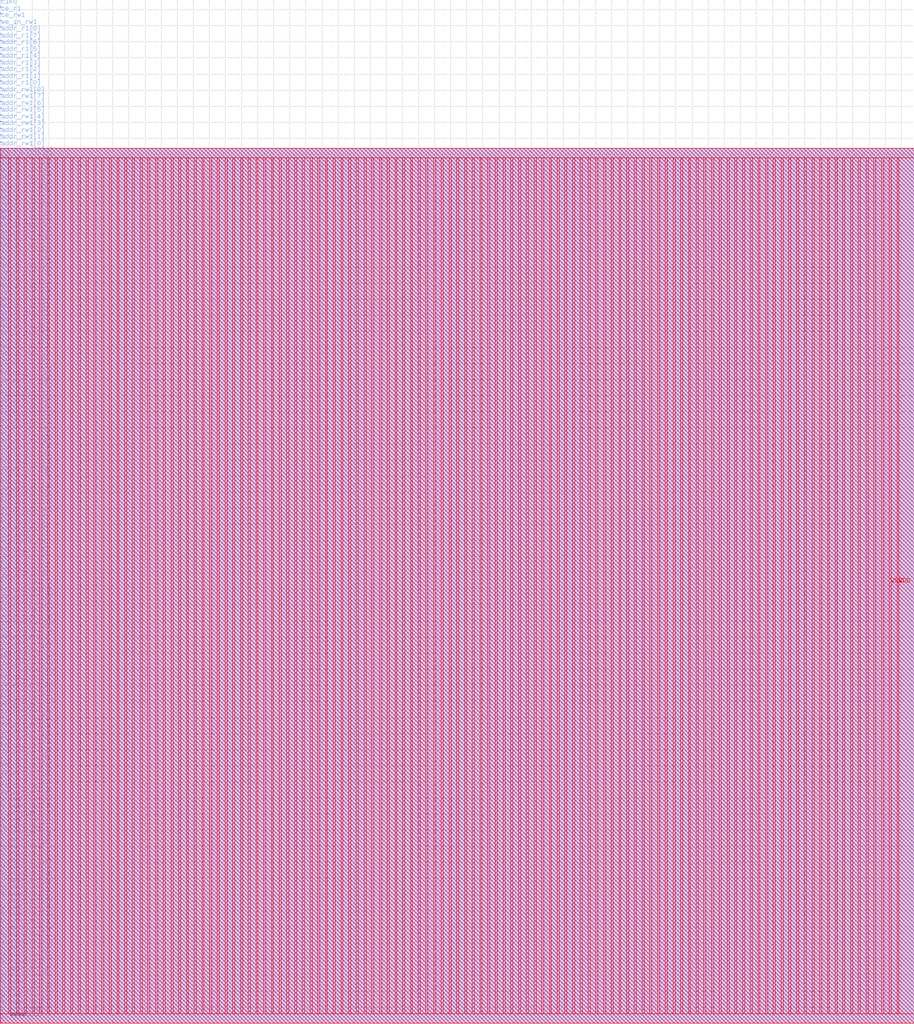
<source format=lef>
VERSION 5.7 ;
BUSBITCHARS "[]" ;
MACRO fakeram_1rw1r_32w384d_32_sram
  FOREIGN fakeram_1rw1r_32w384d_32_sram 0 0 ;
  SYMMETRY X Y R90 ;
  SIZE 568.100 BY 544.000 ;
  CLASS BLOCK ;
  PIN w_mask_rw1[0]
    DIRECTION INPUT ;
    USE SIGNAL ;
    SHAPE ABUTMENT ;
    PORT
      LAYER met3 ;
      RECT 0.000 5.850 0.800 6.150 ;
    END
  END w_mask_rw1[0]
  PIN w_mask_rw1[1]
    DIRECTION INPUT ;
    USE SIGNAL ;
    SHAPE ABUTMENT ;
    PORT
      LAYER met3 ;
      RECT 0.000 10.050 0.800 10.350 ;
    END
  END w_mask_rw1[1]
  PIN w_mask_rw1[2]
    DIRECTION INPUT ;
    USE SIGNAL ;
    SHAPE ABUTMENT ;
    PORT
      LAYER met3 ;
      RECT 0.000 14.250 0.800 14.550 ;
    END
  END w_mask_rw1[2]
  PIN w_mask_rw1[3]
    DIRECTION INPUT ;
    USE SIGNAL ;
    SHAPE ABUTMENT ;
    PORT
      LAYER met3 ;
      RECT 0.000 18.450 0.800 18.750 ;
    END
  END w_mask_rw1[3]
  PIN w_mask_rw1[4]
    DIRECTION INPUT ;
    USE SIGNAL ;
    SHAPE ABUTMENT ;
    PORT
      LAYER met3 ;
      RECT 0.000 22.650 0.800 22.950 ;
    END
  END w_mask_rw1[4]
  PIN w_mask_rw1[5]
    DIRECTION INPUT ;
    USE SIGNAL ;
    SHAPE ABUTMENT ;
    PORT
      LAYER met3 ;
      RECT 0.000 26.850 0.800 27.150 ;
    END
  END w_mask_rw1[5]
  PIN w_mask_rw1[6]
    DIRECTION INPUT ;
    USE SIGNAL ;
    SHAPE ABUTMENT ;
    PORT
      LAYER met3 ;
      RECT 0.000 31.050 0.800 31.350 ;
    END
  END w_mask_rw1[6]
  PIN w_mask_rw1[7]
    DIRECTION INPUT ;
    USE SIGNAL ;
    SHAPE ABUTMENT ;
    PORT
      LAYER met3 ;
      RECT 0.000 35.250 0.800 35.550 ;
    END
  END w_mask_rw1[7]
  PIN w_mask_rw1[8]
    DIRECTION INPUT ;
    USE SIGNAL ;
    SHAPE ABUTMENT ;
    PORT
      LAYER met3 ;
      RECT 0.000 39.450 0.800 39.750 ;
    END
  END w_mask_rw1[8]
  PIN w_mask_rw1[9]
    DIRECTION INPUT ;
    USE SIGNAL ;
    SHAPE ABUTMENT ;
    PORT
      LAYER met3 ;
      RECT 0.000 43.650 0.800 43.950 ;
    END
  END w_mask_rw1[9]
  PIN w_mask_rw1[10]
    DIRECTION INPUT ;
    USE SIGNAL ;
    SHAPE ABUTMENT ;
    PORT
      LAYER met3 ;
      RECT 0.000 47.850 0.800 48.150 ;
    END
  END w_mask_rw1[10]
  PIN w_mask_rw1[11]
    DIRECTION INPUT ;
    USE SIGNAL ;
    SHAPE ABUTMENT ;
    PORT
      LAYER met3 ;
      RECT 0.000 52.050 0.800 52.350 ;
    END
  END w_mask_rw1[11]
  PIN w_mask_rw1[12]
    DIRECTION INPUT ;
    USE SIGNAL ;
    SHAPE ABUTMENT ;
    PORT
      LAYER met3 ;
      RECT 0.000 56.250 0.800 56.550 ;
    END
  END w_mask_rw1[12]
  PIN w_mask_rw1[13]
    DIRECTION INPUT ;
    USE SIGNAL ;
    SHAPE ABUTMENT ;
    PORT
      LAYER met3 ;
      RECT 0.000 60.450 0.800 60.750 ;
    END
  END w_mask_rw1[13]
  PIN w_mask_rw1[14]
    DIRECTION INPUT ;
    USE SIGNAL ;
    SHAPE ABUTMENT ;
    PORT
      LAYER met3 ;
      RECT 0.000 64.650 0.800 64.950 ;
    END
  END w_mask_rw1[14]
  PIN w_mask_rw1[15]
    DIRECTION INPUT ;
    USE SIGNAL ;
    SHAPE ABUTMENT ;
    PORT
      LAYER met3 ;
      RECT 0.000 68.850 0.800 69.150 ;
    END
  END w_mask_rw1[15]
  PIN w_mask_rw1[16]
    DIRECTION INPUT ;
    USE SIGNAL ;
    SHAPE ABUTMENT ;
    PORT
      LAYER met3 ;
      RECT 0.000 73.050 0.800 73.350 ;
    END
  END w_mask_rw1[16]
  PIN w_mask_rw1[17]
    DIRECTION INPUT ;
    USE SIGNAL ;
    SHAPE ABUTMENT ;
    PORT
      LAYER met3 ;
      RECT 0.000 77.250 0.800 77.550 ;
    END
  END w_mask_rw1[17]
  PIN w_mask_rw1[18]
    DIRECTION INPUT ;
    USE SIGNAL ;
    SHAPE ABUTMENT ;
    PORT
      LAYER met3 ;
      RECT 0.000 81.450 0.800 81.750 ;
    END
  END w_mask_rw1[18]
  PIN w_mask_rw1[19]
    DIRECTION INPUT ;
    USE SIGNAL ;
    SHAPE ABUTMENT ;
    PORT
      LAYER met3 ;
      RECT 0.000 85.650 0.800 85.950 ;
    END
  END w_mask_rw1[19]
  PIN w_mask_rw1[20]
    DIRECTION INPUT ;
    USE SIGNAL ;
    SHAPE ABUTMENT ;
    PORT
      LAYER met3 ;
      RECT 0.000 89.850 0.800 90.150 ;
    END
  END w_mask_rw1[20]
  PIN w_mask_rw1[21]
    DIRECTION INPUT ;
    USE SIGNAL ;
    SHAPE ABUTMENT ;
    PORT
      LAYER met3 ;
      RECT 0.000 94.050 0.800 94.350 ;
    END
  END w_mask_rw1[21]
  PIN w_mask_rw1[22]
    DIRECTION INPUT ;
    USE SIGNAL ;
    SHAPE ABUTMENT ;
    PORT
      LAYER met3 ;
      RECT 0.000 98.250 0.800 98.550 ;
    END
  END w_mask_rw1[22]
  PIN w_mask_rw1[23]
    DIRECTION INPUT ;
    USE SIGNAL ;
    SHAPE ABUTMENT ;
    PORT
      LAYER met3 ;
      RECT 0.000 102.450 0.800 102.750 ;
    END
  END w_mask_rw1[23]
  PIN w_mask_rw1[24]
    DIRECTION INPUT ;
    USE SIGNAL ;
    SHAPE ABUTMENT ;
    PORT
      LAYER met3 ;
      RECT 0.000 106.650 0.800 106.950 ;
    END
  END w_mask_rw1[24]
  PIN w_mask_rw1[25]
    DIRECTION INPUT ;
    USE SIGNAL ;
    SHAPE ABUTMENT ;
    PORT
      LAYER met3 ;
      RECT 0.000 110.850 0.800 111.150 ;
    END
  END w_mask_rw1[25]
  PIN w_mask_rw1[26]
    DIRECTION INPUT ;
    USE SIGNAL ;
    SHAPE ABUTMENT ;
    PORT
      LAYER met3 ;
      RECT 0.000 115.050 0.800 115.350 ;
    END
  END w_mask_rw1[26]
  PIN w_mask_rw1[27]
    DIRECTION INPUT ;
    USE SIGNAL ;
    SHAPE ABUTMENT ;
    PORT
      LAYER met3 ;
      RECT 0.000 119.250 0.800 119.550 ;
    END
  END w_mask_rw1[27]
  PIN w_mask_rw1[28]
    DIRECTION INPUT ;
    USE SIGNAL ;
    SHAPE ABUTMENT ;
    PORT
      LAYER met3 ;
      RECT 0.000 123.450 0.800 123.750 ;
    END
  END w_mask_rw1[28]
  PIN w_mask_rw1[29]
    DIRECTION INPUT ;
    USE SIGNAL ;
    SHAPE ABUTMENT ;
    PORT
      LAYER met3 ;
      RECT 0.000 127.650 0.800 127.950 ;
    END
  END w_mask_rw1[29]
  PIN w_mask_rw1[30]
    DIRECTION INPUT ;
    USE SIGNAL ;
    SHAPE ABUTMENT ;
    PORT
      LAYER met3 ;
      RECT 0.000 131.850 0.800 132.150 ;
    END
  END w_mask_rw1[30]
  PIN w_mask_rw1[31]
    DIRECTION INPUT ;
    USE SIGNAL ;
    SHAPE ABUTMENT ;
    PORT
      LAYER met3 ;
      RECT 0.000 136.050 0.800 136.350 ;
    END
  END w_mask_rw1[31]
  PIN rd_out_rw1[0]
    DIRECTION OUTPUT ;
    USE SIGNAL ;
    SHAPE ABUTMENT ;
    PORT
      LAYER met3 ;
      RECT 0.000 140.250 0.800 140.550 ;
    END
  END rd_out_rw1[0]
  PIN rd_out_rw1[1]
    DIRECTION OUTPUT ;
    USE SIGNAL ;
    SHAPE ABUTMENT ;
    PORT
      LAYER met3 ;
      RECT 0.000 144.450 0.800 144.750 ;
    END
  END rd_out_rw1[1]
  PIN rd_out_rw1[2]
    DIRECTION OUTPUT ;
    USE SIGNAL ;
    SHAPE ABUTMENT ;
    PORT
      LAYER met3 ;
      RECT 0.000 148.650 0.800 148.950 ;
    END
  END rd_out_rw1[2]
  PIN rd_out_rw1[3]
    DIRECTION OUTPUT ;
    USE SIGNAL ;
    SHAPE ABUTMENT ;
    PORT
      LAYER met3 ;
      RECT 0.000 152.850 0.800 153.150 ;
    END
  END rd_out_rw1[3]
  PIN rd_out_rw1[4]
    DIRECTION OUTPUT ;
    USE SIGNAL ;
    SHAPE ABUTMENT ;
    PORT
      LAYER met3 ;
      RECT 0.000 157.050 0.800 157.350 ;
    END
  END rd_out_rw1[4]
  PIN rd_out_rw1[5]
    DIRECTION OUTPUT ;
    USE SIGNAL ;
    SHAPE ABUTMENT ;
    PORT
      LAYER met3 ;
      RECT 0.000 161.250 0.800 161.550 ;
    END
  END rd_out_rw1[5]
  PIN rd_out_rw1[6]
    DIRECTION OUTPUT ;
    USE SIGNAL ;
    SHAPE ABUTMENT ;
    PORT
      LAYER met3 ;
      RECT 0.000 165.450 0.800 165.750 ;
    END
  END rd_out_rw1[6]
  PIN rd_out_rw1[7]
    DIRECTION OUTPUT ;
    USE SIGNAL ;
    SHAPE ABUTMENT ;
    PORT
      LAYER met3 ;
      RECT 0.000 169.650 0.800 169.950 ;
    END
  END rd_out_rw1[7]
  PIN rd_out_rw1[8]
    DIRECTION OUTPUT ;
    USE SIGNAL ;
    SHAPE ABUTMENT ;
    PORT
      LAYER met3 ;
      RECT 0.000 173.850 0.800 174.150 ;
    END
  END rd_out_rw1[8]
  PIN rd_out_rw1[9]
    DIRECTION OUTPUT ;
    USE SIGNAL ;
    SHAPE ABUTMENT ;
    PORT
      LAYER met3 ;
      RECT 0.000 178.050 0.800 178.350 ;
    END
  END rd_out_rw1[9]
  PIN rd_out_rw1[10]
    DIRECTION OUTPUT ;
    USE SIGNAL ;
    SHAPE ABUTMENT ;
    PORT
      LAYER met3 ;
      RECT 0.000 182.250 0.800 182.550 ;
    END
  END rd_out_rw1[10]
  PIN rd_out_rw1[11]
    DIRECTION OUTPUT ;
    USE SIGNAL ;
    SHAPE ABUTMENT ;
    PORT
      LAYER met3 ;
      RECT 0.000 186.450 0.800 186.750 ;
    END
  END rd_out_rw1[11]
  PIN rd_out_rw1[12]
    DIRECTION OUTPUT ;
    USE SIGNAL ;
    SHAPE ABUTMENT ;
    PORT
      LAYER met3 ;
      RECT 0.000 190.650 0.800 190.950 ;
    END
  END rd_out_rw1[12]
  PIN rd_out_rw1[13]
    DIRECTION OUTPUT ;
    USE SIGNAL ;
    SHAPE ABUTMENT ;
    PORT
      LAYER met3 ;
      RECT 0.000 194.850 0.800 195.150 ;
    END
  END rd_out_rw1[13]
  PIN rd_out_rw1[14]
    DIRECTION OUTPUT ;
    USE SIGNAL ;
    SHAPE ABUTMENT ;
    PORT
      LAYER met3 ;
      RECT 0.000 199.050 0.800 199.350 ;
    END
  END rd_out_rw1[14]
  PIN rd_out_rw1[15]
    DIRECTION OUTPUT ;
    USE SIGNAL ;
    SHAPE ABUTMENT ;
    PORT
      LAYER met3 ;
      RECT 0.000 203.250 0.800 203.550 ;
    END
  END rd_out_rw1[15]
  PIN rd_out_rw1[16]
    DIRECTION OUTPUT ;
    USE SIGNAL ;
    SHAPE ABUTMENT ;
    PORT
      LAYER met3 ;
      RECT 0.000 207.450 0.800 207.750 ;
    END
  END rd_out_rw1[16]
  PIN rd_out_rw1[17]
    DIRECTION OUTPUT ;
    USE SIGNAL ;
    SHAPE ABUTMENT ;
    PORT
      LAYER met3 ;
      RECT 0.000 211.650 0.800 211.950 ;
    END
  END rd_out_rw1[17]
  PIN rd_out_rw1[18]
    DIRECTION OUTPUT ;
    USE SIGNAL ;
    SHAPE ABUTMENT ;
    PORT
      LAYER met3 ;
      RECT 0.000 215.850 0.800 216.150 ;
    END
  END rd_out_rw1[18]
  PIN rd_out_rw1[19]
    DIRECTION OUTPUT ;
    USE SIGNAL ;
    SHAPE ABUTMENT ;
    PORT
      LAYER met3 ;
      RECT 0.000 220.050 0.800 220.350 ;
    END
  END rd_out_rw1[19]
  PIN rd_out_rw1[20]
    DIRECTION OUTPUT ;
    USE SIGNAL ;
    SHAPE ABUTMENT ;
    PORT
      LAYER met3 ;
      RECT 0.000 224.250 0.800 224.550 ;
    END
  END rd_out_rw1[20]
  PIN rd_out_rw1[21]
    DIRECTION OUTPUT ;
    USE SIGNAL ;
    SHAPE ABUTMENT ;
    PORT
      LAYER met3 ;
      RECT 0.000 228.450 0.800 228.750 ;
    END
  END rd_out_rw1[21]
  PIN rd_out_rw1[22]
    DIRECTION OUTPUT ;
    USE SIGNAL ;
    SHAPE ABUTMENT ;
    PORT
      LAYER met3 ;
      RECT 0.000 232.650 0.800 232.950 ;
    END
  END rd_out_rw1[22]
  PIN rd_out_rw1[23]
    DIRECTION OUTPUT ;
    USE SIGNAL ;
    SHAPE ABUTMENT ;
    PORT
      LAYER met3 ;
      RECT 0.000 236.850 0.800 237.150 ;
    END
  END rd_out_rw1[23]
  PIN rd_out_rw1[24]
    DIRECTION OUTPUT ;
    USE SIGNAL ;
    SHAPE ABUTMENT ;
    PORT
      LAYER met3 ;
      RECT 0.000 241.050 0.800 241.350 ;
    END
  END rd_out_rw1[24]
  PIN rd_out_rw1[25]
    DIRECTION OUTPUT ;
    USE SIGNAL ;
    SHAPE ABUTMENT ;
    PORT
      LAYER met3 ;
      RECT 0.000 245.250 0.800 245.550 ;
    END
  END rd_out_rw1[25]
  PIN rd_out_rw1[26]
    DIRECTION OUTPUT ;
    USE SIGNAL ;
    SHAPE ABUTMENT ;
    PORT
      LAYER met3 ;
      RECT 0.000 249.450 0.800 249.750 ;
    END
  END rd_out_rw1[26]
  PIN rd_out_rw1[27]
    DIRECTION OUTPUT ;
    USE SIGNAL ;
    SHAPE ABUTMENT ;
    PORT
      LAYER met3 ;
      RECT 0.000 253.650 0.800 253.950 ;
    END
  END rd_out_rw1[27]
  PIN rd_out_rw1[28]
    DIRECTION OUTPUT ;
    USE SIGNAL ;
    SHAPE ABUTMENT ;
    PORT
      LAYER met3 ;
      RECT 0.000 257.850 0.800 258.150 ;
    END
  END rd_out_rw1[28]
  PIN rd_out_rw1[29]
    DIRECTION OUTPUT ;
    USE SIGNAL ;
    SHAPE ABUTMENT ;
    PORT
      LAYER met3 ;
      RECT 0.000 262.050 0.800 262.350 ;
    END
  END rd_out_rw1[29]
  PIN rd_out_rw1[30]
    DIRECTION OUTPUT ;
    USE SIGNAL ;
    SHAPE ABUTMENT ;
    PORT
      LAYER met3 ;
      RECT 0.000 266.250 0.800 266.550 ;
    END
  END rd_out_rw1[30]
  PIN rd_out_rw1[31]
    DIRECTION OUTPUT ;
    USE SIGNAL ;
    SHAPE ABUTMENT ;
    PORT
      LAYER met3 ;
      RECT 0.000 270.450 0.800 270.750 ;
    END
  END rd_out_rw1[31]
  PIN rd_out_r1[0]
    DIRECTION OUTPUT ;
    USE SIGNAL ;
    SHAPE ABUTMENT ;
    PORT
      LAYER met3 ;
      RECT 0.000 274.650 0.800 274.950 ;
    END
  END rd_out_r1[0]
  PIN rd_out_r1[1]
    DIRECTION OUTPUT ;
    USE SIGNAL ;
    SHAPE ABUTMENT ;
    PORT
      LAYER met3 ;
      RECT 0.000 278.850 0.800 279.150 ;
    END
  END rd_out_r1[1]
  PIN rd_out_r1[2]
    DIRECTION OUTPUT ;
    USE SIGNAL ;
    SHAPE ABUTMENT ;
    PORT
      LAYER met3 ;
      RECT 0.000 283.050 0.800 283.350 ;
    END
  END rd_out_r1[2]
  PIN rd_out_r1[3]
    DIRECTION OUTPUT ;
    USE SIGNAL ;
    SHAPE ABUTMENT ;
    PORT
      LAYER met3 ;
      RECT 0.000 287.250 0.800 287.550 ;
    END
  END rd_out_r1[3]
  PIN rd_out_r1[4]
    DIRECTION OUTPUT ;
    USE SIGNAL ;
    SHAPE ABUTMENT ;
    PORT
      LAYER met3 ;
      RECT 0.000 291.450 0.800 291.750 ;
    END
  END rd_out_r1[4]
  PIN rd_out_r1[5]
    DIRECTION OUTPUT ;
    USE SIGNAL ;
    SHAPE ABUTMENT ;
    PORT
      LAYER met3 ;
      RECT 0.000 295.650 0.800 295.950 ;
    END
  END rd_out_r1[5]
  PIN rd_out_r1[6]
    DIRECTION OUTPUT ;
    USE SIGNAL ;
    SHAPE ABUTMENT ;
    PORT
      LAYER met3 ;
      RECT 0.000 299.850 0.800 300.150 ;
    END
  END rd_out_r1[6]
  PIN rd_out_r1[7]
    DIRECTION OUTPUT ;
    USE SIGNAL ;
    SHAPE ABUTMENT ;
    PORT
      LAYER met3 ;
      RECT 0.000 304.050 0.800 304.350 ;
    END
  END rd_out_r1[7]
  PIN rd_out_r1[8]
    DIRECTION OUTPUT ;
    USE SIGNAL ;
    SHAPE ABUTMENT ;
    PORT
      LAYER met3 ;
      RECT 0.000 308.250 0.800 308.550 ;
    END
  END rd_out_r1[8]
  PIN rd_out_r1[9]
    DIRECTION OUTPUT ;
    USE SIGNAL ;
    SHAPE ABUTMENT ;
    PORT
      LAYER met3 ;
      RECT 0.000 312.450 0.800 312.750 ;
    END
  END rd_out_r1[9]
  PIN rd_out_r1[10]
    DIRECTION OUTPUT ;
    USE SIGNAL ;
    SHAPE ABUTMENT ;
    PORT
      LAYER met3 ;
      RECT 0.000 316.650 0.800 316.950 ;
    END
  END rd_out_r1[10]
  PIN rd_out_r1[11]
    DIRECTION OUTPUT ;
    USE SIGNAL ;
    SHAPE ABUTMENT ;
    PORT
      LAYER met3 ;
      RECT 0.000 320.850 0.800 321.150 ;
    END
  END rd_out_r1[11]
  PIN rd_out_r1[12]
    DIRECTION OUTPUT ;
    USE SIGNAL ;
    SHAPE ABUTMENT ;
    PORT
      LAYER met3 ;
      RECT 0.000 325.050 0.800 325.350 ;
    END
  END rd_out_r1[12]
  PIN rd_out_r1[13]
    DIRECTION OUTPUT ;
    USE SIGNAL ;
    SHAPE ABUTMENT ;
    PORT
      LAYER met3 ;
      RECT 0.000 329.250 0.800 329.550 ;
    END
  END rd_out_r1[13]
  PIN rd_out_r1[14]
    DIRECTION OUTPUT ;
    USE SIGNAL ;
    SHAPE ABUTMENT ;
    PORT
      LAYER met3 ;
      RECT 0.000 333.450 0.800 333.750 ;
    END
  END rd_out_r1[14]
  PIN rd_out_r1[15]
    DIRECTION OUTPUT ;
    USE SIGNAL ;
    SHAPE ABUTMENT ;
    PORT
      LAYER met3 ;
      RECT 0.000 337.650 0.800 337.950 ;
    END
  END rd_out_r1[15]
  PIN rd_out_r1[16]
    DIRECTION OUTPUT ;
    USE SIGNAL ;
    SHAPE ABUTMENT ;
    PORT
      LAYER met3 ;
      RECT 0.000 341.850 0.800 342.150 ;
    END
  END rd_out_r1[16]
  PIN rd_out_r1[17]
    DIRECTION OUTPUT ;
    USE SIGNAL ;
    SHAPE ABUTMENT ;
    PORT
      LAYER met3 ;
      RECT 0.000 346.050 0.800 346.350 ;
    END
  END rd_out_r1[17]
  PIN rd_out_r1[18]
    DIRECTION OUTPUT ;
    USE SIGNAL ;
    SHAPE ABUTMENT ;
    PORT
      LAYER met3 ;
      RECT 0.000 350.250 0.800 350.550 ;
    END
  END rd_out_r1[18]
  PIN rd_out_r1[19]
    DIRECTION OUTPUT ;
    USE SIGNAL ;
    SHAPE ABUTMENT ;
    PORT
      LAYER met3 ;
      RECT 0.000 354.450 0.800 354.750 ;
    END
  END rd_out_r1[19]
  PIN rd_out_r1[20]
    DIRECTION OUTPUT ;
    USE SIGNAL ;
    SHAPE ABUTMENT ;
    PORT
      LAYER met3 ;
      RECT 0.000 358.650 0.800 358.950 ;
    END
  END rd_out_r1[20]
  PIN rd_out_r1[21]
    DIRECTION OUTPUT ;
    USE SIGNAL ;
    SHAPE ABUTMENT ;
    PORT
      LAYER met3 ;
      RECT 0.000 362.850 0.800 363.150 ;
    END
  END rd_out_r1[21]
  PIN rd_out_r1[22]
    DIRECTION OUTPUT ;
    USE SIGNAL ;
    SHAPE ABUTMENT ;
    PORT
      LAYER met3 ;
      RECT 0.000 367.050 0.800 367.350 ;
    END
  END rd_out_r1[22]
  PIN rd_out_r1[23]
    DIRECTION OUTPUT ;
    USE SIGNAL ;
    SHAPE ABUTMENT ;
    PORT
      LAYER met3 ;
      RECT 0.000 371.250 0.800 371.550 ;
    END
  END rd_out_r1[23]
  PIN rd_out_r1[24]
    DIRECTION OUTPUT ;
    USE SIGNAL ;
    SHAPE ABUTMENT ;
    PORT
      LAYER met3 ;
      RECT 0.000 375.450 0.800 375.750 ;
    END
  END rd_out_r1[24]
  PIN rd_out_r1[25]
    DIRECTION OUTPUT ;
    USE SIGNAL ;
    SHAPE ABUTMENT ;
    PORT
      LAYER met3 ;
      RECT 0.000 379.650 0.800 379.950 ;
    END
  END rd_out_r1[25]
  PIN rd_out_r1[26]
    DIRECTION OUTPUT ;
    USE SIGNAL ;
    SHAPE ABUTMENT ;
    PORT
      LAYER met3 ;
      RECT 0.000 383.850 0.800 384.150 ;
    END
  END rd_out_r1[26]
  PIN rd_out_r1[27]
    DIRECTION OUTPUT ;
    USE SIGNAL ;
    SHAPE ABUTMENT ;
    PORT
      LAYER met3 ;
      RECT 0.000 388.050 0.800 388.350 ;
    END
  END rd_out_r1[27]
  PIN rd_out_r1[28]
    DIRECTION OUTPUT ;
    USE SIGNAL ;
    SHAPE ABUTMENT ;
    PORT
      LAYER met3 ;
      RECT 0.000 392.250 0.800 392.550 ;
    END
  END rd_out_r1[28]
  PIN rd_out_r1[29]
    DIRECTION OUTPUT ;
    USE SIGNAL ;
    SHAPE ABUTMENT ;
    PORT
      LAYER met3 ;
      RECT 0.000 396.450 0.800 396.750 ;
    END
  END rd_out_r1[29]
  PIN rd_out_r1[30]
    DIRECTION OUTPUT ;
    USE SIGNAL ;
    SHAPE ABUTMENT ;
    PORT
      LAYER met3 ;
      RECT 0.000 400.650 0.800 400.950 ;
    END
  END rd_out_r1[30]
  PIN rd_out_r1[31]
    DIRECTION OUTPUT ;
    USE SIGNAL ;
    SHAPE ABUTMENT ;
    PORT
      LAYER met3 ;
      RECT 0.000 404.850 0.800 405.150 ;
    END
  END rd_out_r1[31]
  PIN wd_in_rw1[0]
    DIRECTION INPUT ;
    USE SIGNAL ;
    SHAPE ABUTMENT ;
    PORT
      LAYER met3 ;
      RECT 0.000 409.050 0.800 409.350 ;
    END
  END wd_in_rw1[0]
  PIN wd_in_rw1[1]
    DIRECTION INPUT ;
    USE SIGNAL ;
    SHAPE ABUTMENT ;
    PORT
      LAYER met3 ;
      RECT 0.000 413.250 0.800 413.550 ;
    END
  END wd_in_rw1[1]
  PIN wd_in_rw1[2]
    DIRECTION INPUT ;
    USE SIGNAL ;
    SHAPE ABUTMENT ;
    PORT
      LAYER met3 ;
      RECT 0.000 417.450 0.800 417.750 ;
    END
  END wd_in_rw1[2]
  PIN wd_in_rw1[3]
    DIRECTION INPUT ;
    USE SIGNAL ;
    SHAPE ABUTMENT ;
    PORT
      LAYER met3 ;
      RECT 0.000 421.650 0.800 421.950 ;
    END
  END wd_in_rw1[3]
  PIN wd_in_rw1[4]
    DIRECTION INPUT ;
    USE SIGNAL ;
    SHAPE ABUTMENT ;
    PORT
      LAYER met3 ;
      RECT 0.000 425.850 0.800 426.150 ;
    END
  END wd_in_rw1[4]
  PIN wd_in_rw1[5]
    DIRECTION INPUT ;
    USE SIGNAL ;
    SHAPE ABUTMENT ;
    PORT
      LAYER met3 ;
      RECT 0.000 430.050 0.800 430.350 ;
    END
  END wd_in_rw1[5]
  PIN wd_in_rw1[6]
    DIRECTION INPUT ;
    USE SIGNAL ;
    SHAPE ABUTMENT ;
    PORT
      LAYER met3 ;
      RECT 0.000 434.250 0.800 434.550 ;
    END
  END wd_in_rw1[6]
  PIN wd_in_rw1[7]
    DIRECTION INPUT ;
    USE SIGNAL ;
    SHAPE ABUTMENT ;
    PORT
      LAYER met3 ;
      RECT 0.000 438.450 0.800 438.750 ;
    END
  END wd_in_rw1[7]
  PIN wd_in_rw1[8]
    DIRECTION INPUT ;
    USE SIGNAL ;
    SHAPE ABUTMENT ;
    PORT
      LAYER met3 ;
      RECT 0.000 442.650 0.800 442.950 ;
    END
  END wd_in_rw1[8]
  PIN wd_in_rw1[9]
    DIRECTION INPUT ;
    USE SIGNAL ;
    SHAPE ABUTMENT ;
    PORT
      LAYER met3 ;
      RECT 0.000 446.850 0.800 447.150 ;
    END
  END wd_in_rw1[9]
  PIN wd_in_rw1[10]
    DIRECTION INPUT ;
    USE SIGNAL ;
    SHAPE ABUTMENT ;
    PORT
      LAYER met3 ;
      RECT 0.000 451.050 0.800 451.350 ;
    END
  END wd_in_rw1[10]
  PIN wd_in_rw1[11]
    DIRECTION INPUT ;
    USE SIGNAL ;
    SHAPE ABUTMENT ;
    PORT
      LAYER met3 ;
      RECT 0.000 455.250 0.800 455.550 ;
    END
  END wd_in_rw1[11]
  PIN wd_in_rw1[12]
    DIRECTION INPUT ;
    USE SIGNAL ;
    SHAPE ABUTMENT ;
    PORT
      LAYER met3 ;
      RECT 0.000 459.450 0.800 459.750 ;
    END
  END wd_in_rw1[12]
  PIN wd_in_rw1[13]
    DIRECTION INPUT ;
    USE SIGNAL ;
    SHAPE ABUTMENT ;
    PORT
      LAYER met3 ;
      RECT 0.000 463.650 0.800 463.950 ;
    END
  END wd_in_rw1[13]
  PIN wd_in_rw1[14]
    DIRECTION INPUT ;
    USE SIGNAL ;
    SHAPE ABUTMENT ;
    PORT
      LAYER met3 ;
      RECT 0.000 467.850 0.800 468.150 ;
    END
  END wd_in_rw1[14]
  PIN wd_in_rw1[15]
    DIRECTION INPUT ;
    USE SIGNAL ;
    SHAPE ABUTMENT ;
    PORT
      LAYER met3 ;
      RECT 0.000 472.050 0.800 472.350 ;
    END
  END wd_in_rw1[15]
  PIN wd_in_rw1[16]
    DIRECTION INPUT ;
    USE SIGNAL ;
    SHAPE ABUTMENT ;
    PORT
      LAYER met3 ;
      RECT 0.000 476.250 0.800 476.550 ;
    END
  END wd_in_rw1[16]
  PIN wd_in_rw1[17]
    DIRECTION INPUT ;
    USE SIGNAL ;
    SHAPE ABUTMENT ;
    PORT
      LAYER met3 ;
      RECT 0.000 480.450 0.800 480.750 ;
    END
  END wd_in_rw1[17]
  PIN wd_in_rw1[18]
    DIRECTION INPUT ;
    USE SIGNAL ;
    SHAPE ABUTMENT ;
    PORT
      LAYER met3 ;
      RECT 0.000 484.650 0.800 484.950 ;
    END
  END wd_in_rw1[18]
  PIN wd_in_rw1[19]
    DIRECTION INPUT ;
    USE SIGNAL ;
    SHAPE ABUTMENT ;
    PORT
      LAYER met3 ;
      RECT 0.000 488.850 0.800 489.150 ;
    END
  END wd_in_rw1[19]
  PIN wd_in_rw1[20]
    DIRECTION INPUT ;
    USE SIGNAL ;
    SHAPE ABUTMENT ;
    PORT
      LAYER met3 ;
      RECT 0.000 493.050 0.800 493.350 ;
    END
  END wd_in_rw1[20]
  PIN wd_in_rw1[21]
    DIRECTION INPUT ;
    USE SIGNAL ;
    SHAPE ABUTMENT ;
    PORT
      LAYER met3 ;
      RECT 0.000 497.250 0.800 497.550 ;
    END
  END wd_in_rw1[21]
  PIN wd_in_rw1[22]
    DIRECTION INPUT ;
    USE SIGNAL ;
    SHAPE ABUTMENT ;
    PORT
      LAYER met3 ;
      RECT 0.000 501.450 0.800 501.750 ;
    END
  END wd_in_rw1[22]
  PIN wd_in_rw1[23]
    DIRECTION INPUT ;
    USE SIGNAL ;
    SHAPE ABUTMENT ;
    PORT
      LAYER met3 ;
      RECT 0.000 505.650 0.800 505.950 ;
    END
  END wd_in_rw1[23]
  PIN wd_in_rw1[24]
    DIRECTION INPUT ;
    USE SIGNAL ;
    SHAPE ABUTMENT ;
    PORT
      LAYER met3 ;
      RECT 0.000 509.850 0.800 510.150 ;
    END
  END wd_in_rw1[24]
  PIN wd_in_rw1[25]
    DIRECTION INPUT ;
    USE SIGNAL ;
    SHAPE ABUTMENT ;
    PORT
      LAYER met3 ;
      RECT 0.000 514.050 0.800 514.350 ;
    END
  END wd_in_rw1[25]
  PIN wd_in_rw1[26]
    DIRECTION INPUT ;
    USE SIGNAL ;
    SHAPE ABUTMENT ;
    PORT
      LAYER met3 ;
      RECT 0.000 518.250 0.800 518.550 ;
    END
  END wd_in_rw1[26]
  PIN wd_in_rw1[27]
    DIRECTION INPUT ;
    USE SIGNAL ;
    SHAPE ABUTMENT ;
    PORT
      LAYER met3 ;
      RECT 0.000 522.450 0.800 522.750 ;
    END
  END wd_in_rw1[27]
  PIN wd_in_rw1[28]
    DIRECTION INPUT ;
    USE SIGNAL ;
    SHAPE ABUTMENT ;
    PORT
      LAYER met3 ;
      RECT 0.000 526.650 0.800 526.950 ;
    END
  END wd_in_rw1[28]
  PIN wd_in_rw1[29]
    DIRECTION INPUT ;
    USE SIGNAL ;
    SHAPE ABUTMENT ;
    PORT
      LAYER met3 ;
      RECT 0.000 530.850 0.800 531.150 ;
    END
  END wd_in_rw1[29]
  PIN wd_in_rw1[30]
    DIRECTION INPUT ;
    USE SIGNAL ;
    SHAPE ABUTMENT ;
    PORT
      LAYER met3 ;
      RECT 0.000 535.050 0.800 535.350 ;
    END
  END wd_in_rw1[30]
  PIN wd_in_rw1[31]
    DIRECTION INPUT ;
    USE SIGNAL ;
    SHAPE ABUTMENT ;
    PORT
      LAYER met3 ;
      RECT 0.000 539.250 0.800 539.550 ;
    END
  END wd_in_rw1[31]
  PIN addr_rw1[0]
    DIRECTION INPUT ;
    USE SIGNAL ;
    SHAPE ABUTMENT ;
    PORT
      LAYER met3 ;
      RECT 0.000 543.450 0.800 543.750 ;
    END
  END addr_rw1[0]
  PIN addr_rw1[1]
    DIRECTION INPUT ;
    USE SIGNAL ;
    SHAPE ABUTMENT ;
    PORT
      LAYER met3 ;
      RECT 0.000 547.650 0.800 547.950 ;
    END
  END addr_rw1[1]
  PIN addr_rw1[2]
    DIRECTION INPUT ;
    USE SIGNAL ;
    SHAPE ABUTMENT ;
    PORT
      LAYER met3 ;
      RECT 0.000 551.850 0.800 552.150 ;
    END
  END addr_rw1[2]
  PIN addr_rw1[3]
    DIRECTION INPUT ;
    USE SIGNAL ;
    SHAPE ABUTMENT ;
    PORT
      LAYER met3 ;
      RECT 0.000 556.050 0.800 556.350 ;
    END
  END addr_rw1[3]
  PIN addr_rw1[4]
    DIRECTION INPUT ;
    USE SIGNAL ;
    SHAPE ABUTMENT ;
    PORT
      LAYER met3 ;
      RECT 0.000 560.250 0.800 560.550 ;
    END
  END addr_rw1[4]
  PIN addr_rw1[5]
    DIRECTION INPUT ;
    USE SIGNAL ;
    SHAPE ABUTMENT ;
    PORT
      LAYER met3 ;
      RECT 0.000 564.450 0.800 564.750 ;
    END
  END addr_rw1[5]
  PIN addr_rw1[6]
    DIRECTION INPUT ;
    USE SIGNAL ;
    SHAPE ABUTMENT ;
    PORT
      LAYER met3 ;
      RECT 0.000 568.650 0.800 568.950 ;
    END
  END addr_rw1[6]
  PIN addr_rw1[7]
    DIRECTION INPUT ;
    USE SIGNAL ;
    SHAPE ABUTMENT ;
    PORT
      LAYER met3 ;
      RECT 0.000 572.850 0.800 573.150 ;
    END
  END addr_rw1[7]
  PIN addr_rw1[8]
    DIRECTION INPUT ;
    USE SIGNAL ;
    SHAPE ABUTMENT ;
    PORT
      LAYER met3 ;
      RECT 0.000 577.050 0.800 577.350 ;
    END
  END addr_rw1[8]
  PIN addr_r1[0]
    DIRECTION INPUT ;
    USE SIGNAL ;
    SHAPE ABUTMENT ;
    PORT
      LAYER met3 ;
      RECT 0.000 581.250 0.800 581.550 ;
    END
  END addr_r1[0]
  PIN addr_r1[1]
    DIRECTION INPUT ;
    USE SIGNAL ;
    SHAPE ABUTMENT ;
    PORT
      LAYER met3 ;
      RECT 0.000 585.450 0.800 585.750 ;
    END
  END addr_r1[1]
  PIN addr_r1[2]
    DIRECTION INPUT ;
    USE SIGNAL ;
    SHAPE ABUTMENT ;
    PORT
      LAYER met3 ;
      RECT 0.000 589.650 0.800 589.950 ;
    END
  END addr_r1[2]
  PIN addr_r1[3]
    DIRECTION INPUT ;
    USE SIGNAL ;
    SHAPE ABUTMENT ;
    PORT
      LAYER met3 ;
      RECT 0.000 593.850 0.800 594.150 ;
    END
  END addr_r1[3]
  PIN addr_r1[4]
    DIRECTION INPUT ;
    USE SIGNAL ;
    SHAPE ABUTMENT ;
    PORT
      LAYER met3 ;
      RECT 0.000 598.050 0.800 598.350 ;
    END
  END addr_r1[4]
  PIN addr_r1[5]
    DIRECTION INPUT ;
    USE SIGNAL ;
    SHAPE ABUTMENT ;
    PORT
      LAYER met3 ;
      RECT 0.000 602.250 0.800 602.550 ;
    END
  END addr_r1[5]
  PIN addr_r1[6]
    DIRECTION INPUT ;
    USE SIGNAL ;
    SHAPE ABUTMENT ;
    PORT
      LAYER met3 ;
      RECT 0.000 606.450 0.800 606.750 ;
    END
  END addr_r1[6]
  PIN addr_r1[7]
    DIRECTION INPUT ;
    USE SIGNAL ;
    SHAPE ABUTMENT ;
    PORT
      LAYER met3 ;
      RECT 0.000 610.650 0.800 610.950 ;
    END
  END addr_r1[7]
  PIN addr_r1[8]
    DIRECTION INPUT ;
    USE SIGNAL ;
    SHAPE ABUTMENT ;
    PORT
      LAYER met3 ;
      RECT 0.000 614.850 0.800 615.150 ;
    END
  END addr_r1[8]
  PIN we_in_rw1
    DIRECTION INPUT ;
    USE SIGNAL ;
    SHAPE ABUTMENT ;
    PORT
      LAYER met3 ;
      RECT 0.000 619.050 0.800 619.350 ;
    END
  END we_in_rw1
  PIN ce_rw1
    DIRECTION INPUT ;
    USE SIGNAL ;
    SHAPE ABUTMENT ;
    PORT
      LAYER met3 ;
      RECT 0.000 623.250 0.800 623.550 ;
    END
  END ce_rw1
  PIN ce_r1
    DIRECTION INPUT ;
    USE SIGNAL ;
    SHAPE ABUTMENT ;
    PORT
      LAYER met3 ;
      RECT 0.000 627.450 0.800 627.750 ;
    END
  END ce_r1
  PIN clk0
    DIRECTION INPUT ;
    USE SIGNAL ;
    SHAPE ABUTMENT ;
    PORT
      LAYER met3 ;
      RECT 0.000 631.650 0.800 631.950 ;
    END
  END clk0
  PIN clk1
    DIRECTION INPUT ;
    USE SIGNAL ;
    SHAPE ABUTMENT ;
    PORT
      LAYER met3 ;
      RECT 0.000 635.850 0.800 636.150 ;
    END
  END clk1
  PIN VSS
    DIRECTION INOUT ;
    USE GROUND ;
    PORT
      LAYER met4 ;
      RECT 5.400 6.000 6.600 538.000 ;
      RECT 15.000 6.000 16.200 538.000 ;
      RECT 24.600 6.000 25.800 538.000 ;
      RECT 34.200 6.000 35.400 538.000 ;
      RECT 43.800 6.000 45.000 538.000 ;
      RECT 53.400 6.000 54.600 538.000 ;
      RECT 63.000 6.000 64.200 538.000 ;
      RECT 72.600 6.000 73.800 538.000 ;
      RECT 82.200 6.000 83.400 538.000 ;
      RECT 91.800 6.000 93.000 538.000 ;
      RECT 101.400 6.000 102.600 538.000 ;
      RECT 111.000 6.000 112.200 538.000 ;
      RECT 120.600 6.000 121.800 538.000 ;
      RECT 130.200 6.000 131.400 538.000 ;
      RECT 139.800 6.000 141.000 538.000 ;
      RECT 149.400 6.000 150.600 538.000 ;
      RECT 159.000 6.000 160.200 538.000 ;
      RECT 168.600 6.000 169.800 538.000 ;
      RECT 178.200 6.000 179.400 538.000 ;
      RECT 187.800 6.000 189.000 538.000 ;
      RECT 197.400 6.000 198.600 538.000 ;
      RECT 207.000 6.000 208.200 538.000 ;
      RECT 216.600 6.000 217.800 538.000 ;
      RECT 226.200 6.000 227.400 538.000 ;
      RECT 235.800 6.000 237.000 538.000 ;
      RECT 245.400 6.000 246.600 538.000 ;
      RECT 255.000 6.000 256.200 538.000 ;
      RECT 264.600 6.000 265.800 538.000 ;
      RECT 274.200 6.000 275.400 538.000 ;
      RECT 283.800 6.000 285.000 538.000 ;
      RECT 293.400 6.000 294.600 538.000 ;
      RECT 303.000 6.000 304.200 538.000 ;
      RECT 312.600 6.000 313.800 538.000 ;
      RECT 322.200 6.000 323.400 538.000 ;
      RECT 331.800 6.000 333.000 538.000 ;
      RECT 341.400 6.000 342.600 538.000 ;
      RECT 351.000 6.000 352.200 538.000 ;
      RECT 360.600 6.000 361.800 538.000 ;
      RECT 370.200 6.000 371.400 538.000 ;
      RECT 379.800 6.000 381.000 538.000 ;
      RECT 389.400 6.000 390.600 538.000 ;
      RECT 399.000 6.000 400.200 538.000 ;
      RECT 408.600 6.000 409.800 538.000 ;
      RECT 418.200 6.000 419.400 538.000 ;
      RECT 427.800 6.000 429.000 538.000 ;
      RECT 437.400 6.000 438.600 538.000 ;
      RECT 447.000 6.000 448.200 538.000 ;
      RECT 456.600 6.000 457.800 538.000 ;
      RECT 466.200 6.000 467.400 538.000 ;
      RECT 475.800 6.000 477.000 538.000 ;
      RECT 485.400 6.000 486.600 538.000 ;
      RECT 495.000 6.000 496.200 538.000 ;
      RECT 504.600 6.000 505.800 538.000 ;
      RECT 514.200 6.000 515.400 538.000 ;
      RECT 523.800 6.000 525.000 538.000 ;
      RECT 533.400 6.000 534.600 538.000 ;
      RECT 543.000 6.000 544.200 538.000 ;
      RECT 552.600 6.000 553.800 538.000 ;
    END
  END VSS
  PIN VDD
    DIRECTION INOUT ;
    USE POWER ;
    PORT
      LAYER met4 ;
      RECT 10.200 6.000 11.400 538.000 ;
      RECT 19.800 6.000 21.000 538.000 ;
      RECT 29.400 6.000 30.600 538.000 ;
      RECT 39.000 6.000 40.200 538.000 ;
      RECT 48.600 6.000 49.800 538.000 ;
      RECT 58.200 6.000 59.400 538.000 ;
      RECT 67.800 6.000 69.000 538.000 ;
      RECT 77.400 6.000 78.600 538.000 ;
      RECT 87.000 6.000 88.200 538.000 ;
      RECT 96.600 6.000 97.800 538.000 ;
      RECT 106.200 6.000 107.400 538.000 ;
      RECT 115.800 6.000 117.000 538.000 ;
      RECT 125.400 6.000 126.600 538.000 ;
      RECT 135.000 6.000 136.200 538.000 ;
      RECT 144.600 6.000 145.800 538.000 ;
      RECT 154.200 6.000 155.400 538.000 ;
      RECT 163.800 6.000 165.000 538.000 ;
      RECT 173.400 6.000 174.600 538.000 ;
      RECT 183.000 6.000 184.200 538.000 ;
      RECT 192.600 6.000 193.800 538.000 ;
      RECT 202.200 6.000 203.400 538.000 ;
      RECT 211.800 6.000 213.000 538.000 ;
      RECT 221.400 6.000 222.600 538.000 ;
      RECT 231.000 6.000 232.200 538.000 ;
      RECT 240.600 6.000 241.800 538.000 ;
      RECT 250.200 6.000 251.400 538.000 ;
      RECT 259.800 6.000 261.000 538.000 ;
      RECT 269.400 6.000 270.600 538.000 ;
      RECT 279.000 6.000 280.200 538.000 ;
      RECT 288.600 6.000 289.800 538.000 ;
      RECT 298.200 6.000 299.400 538.000 ;
      RECT 307.800 6.000 309.000 538.000 ;
      RECT 317.400 6.000 318.600 538.000 ;
      RECT 327.000 6.000 328.200 538.000 ;
      RECT 336.600 6.000 337.800 538.000 ;
      RECT 346.200 6.000 347.400 538.000 ;
      RECT 355.800 6.000 357.000 538.000 ;
      RECT 365.400 6.000 366.600 538.000 ;
      RECT 375.000 6.000 376.200 538.000 ;
      RECT 384.600 6.000 385.800 538.000 ;
      RECT 394.200 6.000 395.400 538.000 ;
      RECT 403.800 6.000 405.000 538.000 ;
      RECT 413.400 6.000 414.600 538.000 ;
      RECT 423.000 6.000 424.200 538.000 ;
      RECT 432.600 6.000 433.800 538.000 ;
      RECT 442.200 6.000 443.400 538.000 ;
      RECT 451.800 6.000 453.000 538.000 ;
      RECT 461.400 6.000 462.600 538.000 ;
      RECT 471.000 6.000 472.200 538.000 ;
      RECT 480.600 6.000 481.800 538.000 ;
      RECT 490.200 6.000 491.400 538.000 ;
      RECT 499.800 6.000 501.000 538.000 ;
      RECT 509.400 6.000 510.600 538.000 ;
      RECT 519.000 6.000 520.200 538.000 ;
      RECT 528.600 6.000 529.800 538.000 ;
      RECT 538.200 6.000 539.400 538.000 ;
      RECT 547.800 6.000 549.000 538.000 ;
      RECT 557.400 6.000 558.600 538.000 ;
    END
  END VDD
  OBS
    LAYER met1 ;
    RECT 0 0 568.100 544.000 ;
    LAYER met2 ;
    RECT 0 0 568.100 544.000 ;
    LAYER met3 ;
    RECT 0.800 0 568.100 544.000 ;
    RECT 0 0.000 0.800 5.850 ;
    RECT 0 6.150 0.800 10.050 ;
    RECT 0 10.350 0.800 14.250 ;
    RECT 0 14.550 0.800 18.450 ;
    RECT 0 18.750 0.800 22.650 ;
    RECT 0 22.950 0.800 26.850 ;
    RECT 0 27.150 0.800 31.050 ;
    RECT 0 31.350 0.800 35.250 ;
    RECT 0 35.550 0.800 39.450 ;
    RECT 0 39.750 0.800 43.650 ;
    RECT 0 43.950 0.800 47.850 ;
    RECT 0 48.150 0.800 52.050 ;
    RECT 0 52.350 0.800 56.250 ;
    RECT 0 56.550 0.800 60.450 ;
    RECT 0 60.750 0.800 64.650 ;
    RECT 0 64.950 0.800 68.850 ;
    RECT 0 69.150 0.800 73.050 ;
    RECT 0 73.350 0.800 77.250 ;
    RECT 0 77.550 0.800 81.450 ;
    RECT 0 81.750 0.800 85.650 ;
    RECT 0 85.950 0.800 89.850 ;
    RECT 0 90.150 0.800 94.050 ;
    RECT 0 94.350 0.800 98.250 ;
    RECT 0 98.550 0.800 102.450 ;
    RECT 0 102.750 0.800 106.650 ;
    RECT 0 106.950 0.800 110.850 ;
    RECT 0 111.150 0.800 115.050 ;
    RECT 0 115.350 0.800 119.250 ;
    RECT 0 119.550 0.800 123.450 ;
    RECT 0 123.750 0.800 127.650 ;
    RECT 0 127.950 0.800 131.850 ;
    RECT 0 132.150 0.800 136.050 ;
    RECT 0 136.350 0.800 140.250 ;
    RECT 0 140.550 0.800 144.450 ;
    RECT 0 144.750 0.800 148.650 ;
    RECT 0 148.950 0.800 152.850 ;
    RECT 0 153.150 0.800 157.050 ;
    RECT 0 157.350 0.800 161.250 ;
    RECT 0 161.550 0.800 165.450 ;
    RECT 0 165.750 0.800 169.650 ;
    RECT 0 169.950 0.800 173.850 ;
    RECT 0 174.150 0.800 178.050 ;
    RECT 0 178.350 0.800 182.250 ;
    RECT 0 182.550 0.800 186.450 ;
    RECT 0 186.750 0.800 190.650 ;
    RECT 0 190.950 0.800 194.850 ;
    RECT 0 195.150 0.800 199.050 ;
    RECT 0 199.350 0.800 203.250 ;
    RECT 0 203.550 0.800 207.450 ;
    RECT 0 207.750 0.800 211.650 ;
    RECT 0 211.950 0.800 215.850 ;
    RECT 0 216.150 0.800 220.050 ;
    RECT 0 220.350 0.800 224.250 ;
    RECT 0 224.550 0.800 228.450 ;
    RECT 0 228.750 0.800 232.650 ;
    RECT 0 232.950 0.800 236.850 ;
    RECT 0 237.150 0.800 241.050 ;
    RECT 0 241.350 0.800 245.250 ;
    RECT 0 245.550 0.800 249.450 ;
    RECT 0 249.750 0.800 253.650 ;
    RECT 0 253.950 0.800 257.850 ;
    RECT 0 258.150 0.800 262.050 ;
    RECT 0 262.350 0.800 266.250 ;
    RECT 0 266.550 0.800 270.450 ;
    RECT 0 270.750 0.800 274.650 ;
    RECT 0 274.950 0.800 278.850 ;
    RECT 0 279.150 0.800 283.050 ;
    RECT 0 283.350 0.800 287.250 ;
    RECT 0 287.550 0.800 291.450 ;
    RECT 0 291.750 0.800 295.650 ;
    RECT 0 295.950 0.800 299.850 ;
    RECT 0 300.150 0.800 304.050 ;
    RECT 0 304.350 0.800 308.250 ;
    RECT 0 308.550 0.800 312.450 ;
    RECT 0 312.750 0.800 316.650 ;
    RECT 0 316.950 0.800 320.850 ;
    RECT 0 321.150 0.800 325.050 ;
    RECT 0 325.350 0.800 329.250 ;
    RECT 0 329.550 0.800 333.450 ;
    RECT 0 333.750 0.800 337.650 ;
    RECT 0 337.950 0.800 341.850 ;
    RECT 0 342.150 0.800 346.050 ;
    RECT 0 346.350 0.800 350.250 ;
    RECT 0 350.550 0.800 354.450 ;
    RECT 0 354.750 0.800 358.650 ;
    RECT 0 358.950 0.800 362.850 ;
    RECT 0 363.150 0.800 367.050 ;
    RECT 0 367.350 0.800 371.250 ;
    RECT 0 371.550 0.800 375.450 ;
    RECT 0 375.750 0.800 379.650 ;
    RECT 0 379.950 0.800 383.850 ;
    RECT 0 384.150 0.800 388.050 ;
    RECT 0 388.350 0.800 392.250 ;
    RECT 0 392.550 0.800 396.450 ;
    RECT 0 396.750 0.800 400.650 ;
    RECT 0 400.950 0.800 404.850 ;
    RECT 0 405.150 0.800 409.050 ;
    RECT 0 409.350 0.800 413.250 ;
    RECT 0 413.550 0.800 417.450 ;
    RECT 0 417.750 0.800 421.650 ;
    RECT 0 421.950 0.800 425.850 ;
    RECT 0 426.150 0.800 430.050 ;
    RECT 0 430.350 0.800 434.250 ;
    RECT 0 434.550 0.800 438.450 ;
    RECT 0 438.750 0.800 442.650 ;
    RECT 0 442.950 0.800 446.850 ;
    RECT 0 447.150 0.800 451.050 ;
    RECT 0 451.350 0.800 455.250 ;
    RECT 0 455.550 0.800 544.000 ;
    LAYER met4 ;
    RECT 0 0 568.100 6.000 ;
    RECT 0 538.000 568.100 544.000 ;
    RECT 0.000 6.000 5.400 538.000 ;
    RECT 6.600 6.000 10.200 538.000 ;
    RECT 11.400 6.000 15.000 538.000 ;
    RECT 16.200 6.000 19.800 538.000 ;
    RECT 21.000 6.000 24.600 538.000 ;
    RECT 25.800 6.000 29.400 538.000 ;
    RECT 30.600 6.000 34.200 538.000 ;
    RECT 35.400 6.000 39.000 538.000 ;
    RECT 40.200 6.000 43.800 538.000 ;
    RECT 45.000 6.000 48.600 538.000 ;
    RECT 49.800 6.000 53.400 538.000 ;
    RECT 54.600 6.000 58.200 538.000 ;
    RECT 59.400 6.000 63.000 538.000 ;
    RECT 64.200 6.000 67.800 538.000 ;
    RECT 69.000 6.000 72.600 538.000 ;
    RECT 73.800 6.000 77.400 538.000 ;
    RECT 78.600 6.000 82.200 538.000 ;
    RECT 83.400 6.000 87.000 538.000 ;
    RECT 88.200 6.000 91.800 538.000 ;
    RECT 93.000 6.000 96.600 538.000 ;
    RECT 97.800 6.000 101.400 538.000 ;
    RECT 102.600 6.000 106.200 538.000 ;
    RECT 107.400 6.000 111.000 538.000 ;
    RECT 112.200 6.000 115.800 538.000 ;
    RECT 117.000 6.000 120.600 538.000 ;
    RECT 121.800 6.000 125.400 538.000 ;
    RECT 126.600 6.000 130.200 538.000 ;
    RECT 131.400 6.000 135.000 538.000 ;
    RECT 136.200 6.000 139.800 538.000 ;
    RECT 141.000 6.000 144.600 538.000 ;
    RECT 145.800 6.000 149.400 538.000 ;
    RECT 150.600 6.000 154.200 538.000 ;
    RECT 155.400 6.000 159.000 538.000 ;
    RECT 160.200 6.000 163.800 538.000 ;
    RECT 165.000 6.000 168.600 538.000 ;
    RECT 169.800 6.000 173.400 538.000 ;
    RECT 174.600 6.000 178.200 538.000 ;
    RECT 179.400 6.000 183.000 538.000 ;
    RECT 184.200 6.000 187.800 538.000 ;
    RECT 189.000 6.000 192.600 538.000 ;
    RECT 193.800 6.000 197.400 538.000 ;
    RECT 198.600 6.000 202.200 538.000 ;
    RECT 203.400 6.000 207.000 538.000 ;
    RECT 208.200 6.000 211.800 538.000 ;
    RECT 213.000 6.000 216.600 538.000 ;
    RECT 217.800 6.000 221.400 538.000 ;
    RECT 222.600 6.000 226.200 538.000 ;
    RECT 227.400 6.000 231.000 538.000 ;
    RECT 232.200 6.000 235.800 538.000 ;
    RECT 237.000 6.000 240.600 538.000 ;
    RECT 241.800 6.000 245.400 538.000 ;
    RECT 246.600 6.000 250.200 538.000 ;
    RECT 251.400 6.000 255.000 538.000 ;
    RECT 256.200 6.000 259.800 538.000 ;
    RECT 261.000 6.000 264.600 538.000 ;
    RECT 265.800 6.000 269.400 538.000 ;
    RECT 270.600 6.000 274.200 538.000 ;
    RECT 275.400 6.000 279.000 538.000 ;
    RECT 280.200 6.000 283.800 538.000 ;
    RECT 285.000 6.000 288.600 538.000 ;
    RECT 289.800 6.000 293.400 538.000 ;
    RECT 294.600 6.000 298.200 538.000 ;
    RECT 299.400 6.000 303.000 538.000 ;
    RECT 304.200 6.000 307.800 538.000 ;
    RECT 309.000 6.000 312.600 538.000 ;
    RECT 313.800 6.000 317.400 538.000 ;
    RECT 318.600 6.000 322.200 538.000 ;
    RECT 323.400 6.000 327.000 538.000 ;
    RECT 328.200 6.000 331.800 538.000 ;
    RECT 333.000 6.000 336.600 538.000 ;
    RECT 337.800 6.000 341.400 538.000 ;
    RECT 342.600 6.000 346.200 538.000 ;
    RECT 347.400 6.000 351.000 538.000 ;
    RECT 352.200 6.000 355.800 538.000 ;
    RECT 357.000 6.000 360.600 538.000 ;
    RECT 361.800 6.000 365.400 538.000 ;
    RECT 366.600 6.000 370.200 538.000 ;
    RECT 371.400 6.000 375.000 538.000 ;
    RECT 376.200 6.000 379.800 538.000 ;
    RECT 381.000 6.000 384.600 538.000 ;
    RECT 385.800 6.000 389.400 538.000 ;
    RECT 390.600 6.000 394.200 538.000 ;
    RECT 395.400 6.000 399.000 538.000 ;
    RECT 400.200 6.000 403.800 538.000 ;
    RECT 405.000 6.000 408.600 538.000 ;
    RECT 409.800 6.000 413.400 538.000 ;
    RECT 414.600 6.000 418.200 538.000 ;
    RECT 419.400 6.000 423.000 538.000 ;
    RECT 424.200 6.000 427.800 538.000 ;
    RECT 429.000 6.000 432.600 538.000 ;
    RECT 433.800 6.000 437.400 538.000 ;
    RECT 438.600 6.000 442.200 538.000 ;
    RECT 443.400 6.000 447.000 538.000 ;
    RECT 448.200 6.000 451.800 538.000 ;
    RECT 453.000 6.000 456.600 538.000 ;
    RECT 457.800 6.000 461.400 538.000 ;
    RECT 462.600 6.000 466.200 538.000 ;
    RECT 467.400 6.000 471.000 538.000 ;
    RECT 472.200 6.000 475.800 538.000 ;
    RECT 477.000 6.000 480.600 538.000 ;
    RECT 481.800 6.000 485.400 538.000 ;
    RECT 486.600 6.000 490.200 538.000 ;
    RECT 491.400 6.000 495.000 538.000 ;
    RECT 496.200 6.000 499.800 538.000 ;
    RECT 501.000 6.000 504.600 538.000 ;
    RECT 505.800 6.000 509.400 538.000 ;
    RECT 510.600 6.000 514.200 538.000 ;
    RECT 515.400 6.000 519.000 538.000 ;
    RECT 520.200 6.000 523.800 538.000 ;
    RECT 525.000 6.000 528.600 538.000 ;
    RECT 529.800 6.000 533.400 538.000 ;
    RECT 534.600 6.000 538.200 538.000 ;
    RECT 539.400 6.000 543.000 538.000 ;
    RECT 544.200 6.000 547.800 538.000 ;
    RECT 549.000 6.000 552.600 538.000 ;
    RECT 553.800 6.000 557.400 538.000 ;
    RECT 558.600 6.000 568.100 538.000 ;
    LAYER OVERLAP ;
    RECT 0 0 568.100 544.000 ;
  END
END fakeram_1rw1r_32w384d_32_sram

END LIBRARY

</source>
